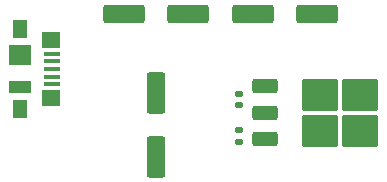
<source format=gbr>
%TF.GenerationSoftware,KiCad,Pcbnew,9.0.4*%
%TF.CreationDate,2025-09-26T16:48:27+03:00*%
%TF.ProjectId,voltage_reg,766f6c74-6167-4655-9f72-65672e6b6963,rev?*%
%TF.SameCoordinates,Original*%
%TF.FileFunction,Paste,Top*%
%TF.FilePolarity,Positive*%
%FSLAX46Y46*%
G04 Gerber Fmt 4.6, Leading zero omitted, Abs format (unit mm)*
G04 Created by KiCad (PCBNEW 9.0.4) date 2025-09-26 16:48:27*
%MOMM*%
%LPD*%
G01*
G04 APERTURE LIST*
G04 Aperture macros list*
%AMRoundRect*
0 Rectangle with rounded corners*
0 $1 Rounding radius*
0 $2 $3 $4 $5 $6 $7 $8 $9 X,Y pos of 4 corners*
0 Add a 4 corners polygon primitive as box body*
4,1,4,$2,$3,$4,$5,$6,$7,$8,$9,$2,$3,0*
0 Add four circle primitives for the rounded corners*
1,1,$1+$1,$2,$3*
1,1,$1+$1,$4,$5*
1,1,$1+$1,$6,$7*
1,1,$1+$1,$8,$9*
0 Add four rect primitives between the rounded corners*
20,1,$1+$1,$2,$3,$4,$5,0*
20,1,$1+$1,$4,$5,$6,$7,0*
20,1,$1+$1,$6,$7,$8,$9,0*
20,1,$1+$1,$8,$9,$2,$3,0*%
G04 Aperture macros list end*
%ADD10RoundRect,0.250000X1.500000X0.550000X-1.500000X0.550000X-1.500000X-0.550000X1.500000X-0.550000X0*%
%ADD11RoundRect,0.250000X-1.500000X-0.550000X1.500000X-0.550000X1.500000X0.550000X-1.500000X0.550000X0*%
%ADD12RoundRect,0.250000X0.550000X-1.500000X0.550000X1.500000X-0.550000X1.500000X-0.550000X-1.500000X0*%
%ADD13RoundRect,0.140000X0.170000X-0.140000X0.170000X0.140000X-0.170000X0.140000X-0.170000X-0.140000X0*%
%ADD14R,1.380000X0.450000*%
%ADD15R,1.300000X1.650000*%
%ADD16R,1.550000X1.425000*%
%ADD17R,1.900000X1.800000*%
%ADD18R,1.900000X1.000000*%
%ADD19RoundRect,0.250000X-1.275000X-1.125000X1.275000X-1.125000X1.275000X1.125000X-1.275000X1.125000X0*%
%ADD20RoundRect,0.250000X-0.850000X-0.350000X0.850000X-0.350000X0.850000X0.350000X-0.850000X0.350000X0*%
G04 APERTURE END LIST*
D10*
%TO.C,C5*%
X145930000Y-98090000D03*
X140530000Y-98090000D03*
%TD*%
D11*
%TO.C,C2*%
X151460000Y-98070000D03*
X156860000Y-98070000D03*
%TD*%
D12*
%TO.C,C4*%
X143250000Y-110210000D03*
X143250000Y-104810000D03*
%TD*%
D13*
%TO.C,C3*%
X150270000Y-108900000D03*
X150270000Y-107940000D03*
%TD*%
%TO.C,C1*%
X150240000Y-105820000D03*
X150240000Y-104860000D03*
%TD*%
D14*
%TO.C,J1*%
X134420000Y-101460000D03*
X134420000Y-102110000D03*
X134420000Y-102760000D03*
X134420000Y-103410000D03*
X134420000Y-104060000D03*
D15*
X131760000Y-99385000D03*
D16*
X134335000Y-100272500D03*
D17*
X131760000Y-101610000D03*
D18*
X131760000Y-104310000D03*
D16*
X134335000Y-105247500D03*
D15*
X131760000Y-106135000D03*
%TD*%
D19*
%TO.C,U1*%
X157130000Y-104920000D03*
X157130000Y-107970000D03*
X160480000Y-104920000D03*
X160480000Y-107970000D03*
D20*
X152505000Y-104165000D03*
X152505000Y-106445000D03*
X152505000Y-108725000D03*
%TD*%
M02*

</source>
